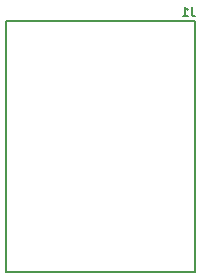
<source format=gbr>
G04 #@! TF.FileFunction,Legend,Bot*
%FSLAX46Y46*%
G04 Gerber Fmt 4.6, Leading zero omitted, Abs format (unit mm)*
G04 Created by KiCad (PCBNEW 4.0.4-stable) date Sunday, April 30, 2017 'PMt' 09:58:20 PM*
%MOMM*%
%LPD*%
G01*
G04 APERTURE LIST*
%ADD10C,0.100000*%
%ADD11C,0.203200*%
%ADD12C,0.190500*%
G04 APERTURE END LIST*
D10*
D11*
X153106000Y-78704000D02*
X153106000Y-100004000D01*
X153106000Y-100004000D02*
X137106000Y-100004000D01*
X137106000Y-100004000D02*
X137106000Y-78704000D01*
X137106000Y-78704000D02*
X153106000Y-78704000D01*
X153106000Y-82804000D02*
X153106000Y-98804000D01*
X137106000Y-82804000D02*
X137106000Y-98804000D01*
D12*
X152831799Y-77586114D02*
X152831799Y-78130400D01*
X152868085Y-78239257D01*
X152940656Y-78311829D01*
X153049513Y-78348114D01*
X153122085Y-78348114D01*
X152069800Y-78348114D02*
X152505228Y-78348114D01*
X152287514Y-78348114D02*
X152287514Y-77586114D01*
X152360085Y-77694971D01*
X152432657Y-77767543D01*
X152505228Y-77803829D01*
M02*

</source>
